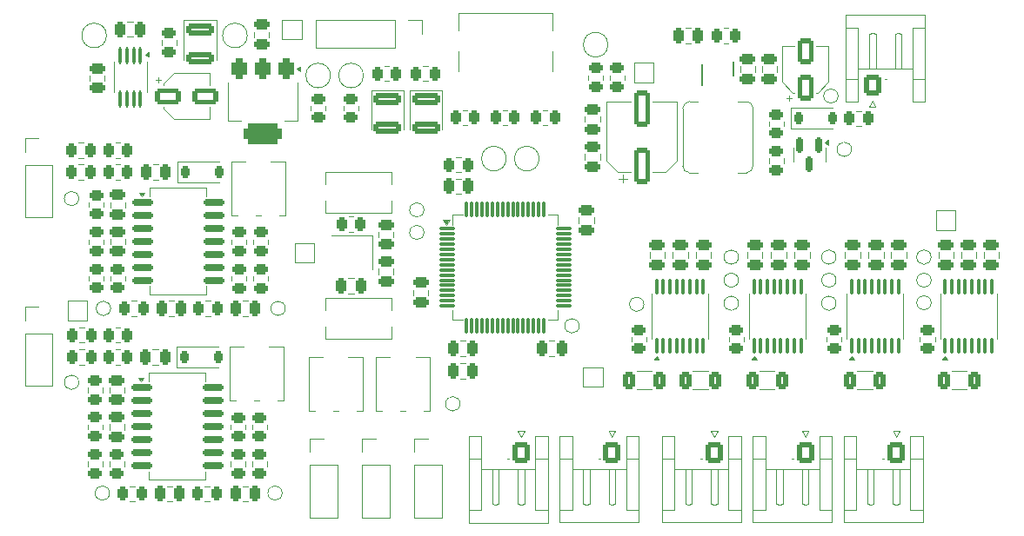
<source format=gbr>
%TF.GenerationSoftware,KiCad,Pcbnew,8.0.1*%
%TF.CreationDate,2024-04-23T22:04:50+02:00*%
%TF.ProjectId,OpenHand_v2,4f70656e-4861-46e6-945f-76322e6b6963,rev?*%
%TF.SameCoordinates,Original*%
%TF.FileFunction,Legend,Top*%
%TF.FilePolarity,Positive*%
%FSLAX46Y46*%
G04 Gerber Fmt 4.6, Leading zero omitted, Abs format (unit mm)*
G04 Created by KiCad (PCBNEW 8.0.1) date 2024-04-23 22:04:50*
%MOMM*%
%LPD*%
G01*
G04 APERTURE LIST*
G04 Aperture macros list*
%AMRoundRect*
0 Rectangle with rounded corners*
0 $1 Rounding radius*
0 $2 $3 $4 $5 $6 $7 $8 $9 X,Y pos of 4 corners*
0 Add a 4 corners polygon primitive as box body*
4,1,4,$2,$3,$4,$5,$6,$7,$8,$9,$2,$3,0*
0 Add four circle primitives for the rounded corners*
1,1,$1+$1,$2,$3*
1,1,$1+$1,$4,$5*
1,1,$1+$1,$6,$7*
1,1,$1+$1,$8,$9*
0 Add four rect primitives between the rounded corners*
20,1,$1+$1,$2,$3,$4,$5,0*
20,1,$1+$1,$4,$5,$6,$7,0*
20,1,$1+$1,$6,$7,$8,$9,0*
20,1,$1+$1,$8,$9,$2,$3,0*%
G04 Aperture macros list end*
%ADD10C,0.120000*%
%ADD11C,0.200000*%
%ADD12R,1.500000X1.500000*%
%ADD13C,1.000000*%
%ADD14RoundRect,0.250000X-0.475000X0.250000X-0.475000X-0.250000X0.475000X-0.250000X0.475000X0.250000X0*%
%ADD15RoundRect,0.250000X0.250000X0.475000X-0.250000X0.475000X-0.250000X-0.475000X0.250000X-0.475000X0*%
%ADD16O,1.700000X1.700000*%
%ADD17R,1.700000X1.700000*%
%ADD18C,2.000000*%
%ADD19RoundRect,0.250000X-1.050000X-0.550000X1.050000X-0.550000X1.050000X0.550000X-1.050000X0.550000X0*%
%ADD20RoundRect,0.250000X0.475000X-0.250000X0.475000X0.250000X-0.475000X0.250000X-0.475000X-0.250000X0*%
%ADD21RoundRect,0.250000X0.450000X-0.262500X0.450000X0.262500X-0.450000X0.262500X-0.450000X-0.262500X0*%
%ADD22C,0.800000*%
%ADD23C,6.400000*%
%ADD24RoundRect,0.250000X-0.250000X-0.475000X0.250000X-0.475000X0.250000X0.475000X-0.250000X0.475000X0*%
%ADD25RoundRect,0.250000X-0.450000X0.262500X-0.450000X-0.262500X0.450000X-0.262500X0.450000X0.262500X0*%
%ADD26O,1.700000X2.000000*%
%ADD27RoundRect,0.250000X0.600000X0.750000X-0.600000X0.750000X-0.600000X-0.750000X0.600000X-0.750000X0*%
%ADD28RoundRect,0.250000X-0.312500X-0.625000X0.312500X-0.625000X0.312500X0.625000X-0.312500X0.625000X0*%
%ADD29RoundRect,0.100000X0.100000X-0.687500X0.100000X0.687500X-0.100000X0.687500X-0.100000X-0.687500X0*%
%ADD30R,2.310000X2.460000*%
%ADD31RoundRect,0.250000X-0.262500X-0.450000X0.262500X-0.450000X0.262500X0.450000X-0.262500X0.450000X0*%
%ADD32RoundRect,0.250000X-1.075000X0.375000X-1.075000X-0.375000X1.075000X-0.375000X1.075000X0.375000X0*%
%ADD33R,1.300000X2.000000*%
%ADD34R,2.000000X2.000000*%
%ADD35R,1.250000X1.000000*%
%ADD36RoundRect,0.225000X-0.225000X-0.375000X0.225000X-0.375000X0.225000X0.375000X-0.225000X0.375000X0*%
%ADD37RoundRect,0.250000X0.550000X-1.050000X0.550000X1.050000X-0.550000X1.050000X-0.550000X-1.050000X0*%
%ADD38RoundRect,0.100000X-0.100000X0.712500X-0.100000X-0.712500X0.100000X-0.712500X0.100000X0.712500X0*%
%ADD39RoundRect,0.150000X-0.837500X-0.150000X0.837500X-0.150000X0.837500X0.150000X-0.837500X0.150000X0*%
%ADD40RoundRect,0.250000X0.262500X0.450000X-0.262500X0.450000X-0.262500X-0.450000X0.262500X-0.450000X0*%
%ADD41RoundRect,0.250000X-0.600000X-0.750000X0.600000X-0.750000X0.600000X0.750000X-0.600000X0.750000X0*%
%ADD42RoundRect,0.375000X-0.375000X0.625000X-0.375000X-0.625000X0.375000X-0.625000X0.375000X0.625000X0*%
%ADD43RoundRect,0.500000X-1.400000X0.500000X-1.400000X-0.500000X1.400000X-0.500000X1.400000X0.500000X0*%
%ADD44R,3.500000X2.950000*%
%ADD45RoundRect,0.250000X0.550000X-1.500000X0.550000X1.500000X-0.550000X1.500000X-0.550000X-1.500000X0*%
%ADD46RoundRect,0.250000X0.312500X0.625000X-0.312500X0.625000X-0.312500X-0.625000X0.312500X-0.625000X0*%
%ADD47O,1.000000X1.800000*%
%ADD48O,1.000000X2.100000*%
%ADD49R,0.600000X1.240000*%
%ADD50R,0.300000X1.240000*%
%ADD51C,0.650000*%
%ADD52RoundRect,0.150000X-0.150000X0.587500X-0.150000X-0.587500X0.150000X-0.587500X0.150000X0.587500X0*%
%ADD53R,1.400000X1.200000*%
%ADD54R,0.549999X0.800001*%
%ADD55RoundRect,0.075000X-0.075000X-0.700000X0.075000X-0.700000X0.075000X0.700000X-0.075000X0.700000X0*%
%ADD56RoundRect,0.075000X-0.700000X-0.075000X0.700000X-0.075000X0.700000X0.075000X-0.700000X0.075000X0*%
G04 APERTURE END LIST*
D10*
%TO.C,TP11*%
X162550000Y-105050000D02*
X164450000Y-105050000D01*
X162550000Y-106950000D02*
X162550000Y-105050000D01*
X164450000Y-105050000D02*
X164450000Y-106950000D01*
X164450000Y-106950000D02*
X162550000Y-106950000D01*
%TO.C,TP10*%
X157600000Y-134750000D02*
X159500000Y-134750000D01*
X157600000Y-136650000D02*
X157600000Y-134750000D01*
X159500000Y-134750000D02*
X159500000Y-136650000D01*
X159500000Y-136650000D02*
X157600000Y-136650000D01*
%TO.C,TP9*%
X129500000Y-122650000D02*
X131400000Y-122650000D01*
X129500000Y-124550000D02*
X129500000Y-122650000D01*
X131400000Y-122650000D02*
X131400000Y-124550000D01*
X131400000Y-124550000D02*
X129500000Y-124550000D01*
%TO.C,TP8*%
X191900000Y-119450000D02*
X193800000Y-119450000D01*
X191900000Y-121350000D02*
X191900000Y-119450000D01*
X193800000Y-119450000D02*
X193800000Y-121350000D01*
X193800000Y-121350000D02*
X191900000Y-121350000D01*
%TO.C,TP7*%
X128300000Y-100850000D02*
X130200000Y-100850000D01*
X128300000Y-102750000D02*
X128300000Y-100850000D01*
X130200000Y-100850000D02*
X130200000Y-102750000D01*
X130200000Y-102750000D02*
X128300000Y-102750000D01*
%TO.C,TP6*%
X109300000Y-130150000D02*
X107400000Y-130150000D01*
X109300000Y-128250000D02*
X109300000Y-130150000D01*
X107400000Y-130150000D02*
X107400000Y-128250000D01*
X107400000Y-128250000D02*
X109300000Y-128250000D01*
%TO.C,TP14*%
X157200000Y-130700000D02*
G75*
G02*
X155800000Y-130700000I-700000J0D01*
G01*
X155800000Y-130700000D02*
G75*
G02*
X157200000Y-130700000I700000J0D01*
G01*
%TO.C,TP1*%
X145600000Y-138300000D02*
G75*
G02*
X144200000Y-138300000I-700000J0D01*
G01*
X144200000Y-138300000D02*
G75*
G02*
X145600000Y-138300000I700000J0D01*
G01*
%TO.C,C23*%
X113035000Y-118638748D02*
X113035000Y-119161252D01*
X111565000Y-118638748D02*
X111565000Y-119161252D01*
%TO.C,C28*%
X117611252Y-147785000D02*
X117088748Y-147785000D01*
X117611252Y-146315000D02*
X117088748Y-146315000D01*
%TO.C,TP33*%
X163500000Y-128600000D02*
G75*
G02*
X162100000Y-128600000I-700000J0D01*
G01*
X162100000Y-128600000D02*
G75*
G02*
X163500000Y-128600000I700000J0D01*
G01*
%TO.C,TP5*%
X142100000Y-121600000D02*
G75*
G02*
X140700000Y-121600000I-700000J0D01*
G01*
X140700000Y-121600000D02*
G75*
G02*
X142100000Y-121600000I700000J0D01*
G01*
%TO.C,TP4*%
X142100000Y-119400000D02*
G75*
G02*
X140700000Y-119400000I-700000J0D01*
G01*
X140700000Y-119400000D02*
G75*
G02*
X142100000Y-119400000I700000J0D01*
G01*
%TO.C,J12*%
X139260000Y-103580000D02*
X131580000Y-103580000D01*
X131580000Y-100920000D02*
X131580000Y-103580000D01*
X139260000Y-100920000D02*
X139260000Y-103580000D01*
X139260000Y-100920000D02*
X131580000Y-100920000D01*
X140530000Y-100920000D02*
X141860000Y-100920000D01*
X141860000Y-100920000D02*
X141860000Y-102250000D01*
%TO.C,TP3*%
X150100000Y-114400000D02*
G75*
G02*
X147700000Y-114400000I-1200000J0D01*
G01*
X147700000Y-114400000D02*
G75*
G02*
X150100000Y-114400000I1200000J0D01*
G01*
%TO.C,TP19*%
X124900000Y-102400000D02*
G75*
G02*
X122500000Y-102400000I-1200000J0D01*
G01*
X122500000Y-102400000D02*
G75*
G02*
X124900000Y-102400000I1200000J0D01*
G01*
%TO.C,TP18*%
X111200000Y-102400000D02*
G75*
G02*
X108800000Y-102400000I-1200000J0D01*
G01*
X108800000Y-102400000D02*
G75*
G02*
X111200000Y-102400000I1200000J0D01*
G01*
%TO.C,TP17*%
X160000000Y-103300000D02*
G75*
G02*
X157600000Y-103300000I-1200000J0D01*
G01*
X157600000Y-103300000D02*
G75*
G02*
X160000000Y-103300000I1200000J0D01*
G01*
%TO.C,TP13*%
X133000000Y-106300000D02*
G75*
G02*
X130600000Y-106300000I-1200000J0D01*
G01*
X130600000Y-106300000D02*
G75*
G02*
X133000000Y-106300000I1200000J0D01*
G01*
%TO.C,TP12*%
X136200000Y-106300000D02*
G75*
G02*
X133800000Y-106300000I-1200000J0D01*
G01*
X133800000Y-106300000D02*
G75*
G02*
X136200000Y-106300000I1200000J0D01*
G01*
%TO.C,TP2*%
X153300000Y-114400000D02*
G75*
G02*
X150900000Y-114400000I-1200000J0D01*
G01*
X150900000Y-114400000D02*
G75*
G02*
X153300000Y-114400000I1200000J0D01*
G01*
%TO.C,C20*%
X113761252Y-101065000D02*
X113238748Y-101065000D01*
X113761252Y-102535000D02*
X113238748Y-102535000D01*
%TO.C,C19*%
X121260000Y-110560000D02*
X121260000Y-109360000D01*
X121260000Y-106040000D02*
X121260000Y-107240000D01*
X117804437Y-110560000D02*
X121260000Y-110560000D01*
X117804437Y-106040000D02*
X121260000Y-106040000D01*
X116740000Y-109495563D02*
X117804437Y-110560000D01*
X116740000Y-109495563D02*
X116740000Y-109360000D01*
X116740000Y-107104437D02*
X117804437Y-106040000D01*
X116740000Y-107104437D02*
X116740000Y-107240000D01*
X116250000Y-106490000D02*
X116250000Y-106990000D01*
X116000000Y-106740000D02*
X116500000Y-106740000D01*
%TO.C,C17*%
X111035000Y-106811252D02*
X111035000Y-106288748D01*
X109565000Y-106811252D02*
X109565000Y-106288748D01*
%TO.C,TP15*%
X183700000Y-113500000D02*
G75*
G02*
X182300000Y-113500000I-700000J0D01*
G01*
X182300000Y-113500000D02*
G75*
G02*
X183700000Y-113500000I700000J0D01*
G01*
%TO.C,R46*%
X182735000Y-132227064D02*
X182735000Y-131772936D01*
X181265000Y-132227064D02*
X181265000Y-131772936D01*
%TO.C,C29*%
X124961252Y-129735000D02*
X124438748Y-129735000D01*
X124961252Y-128265000D02*
X124438748Y-128265000D01*
%TO.C,C32*%
X183065000Y-123538748D02*
X183065000Y-124061252D01*
X184535000Y-123538748D02*
X184535000Y-124061252D01*
%TO.C,TP20*%
X108500000Y-118300000D02*
G75*
G02*
X107100000Y-118300000I-700000J0D01*
G01*
X107100000Y-118300000D02*
G75*
G02*
X108500000Y-118300000I700000J0D01*
G01*
%TO.C,C13*%
X167538748Y-103160000D02*
X168061252Y-103160000D01*
X167538748Y-101690000D02*
X168061252Y-101690000D01*
%TO.C,R20*%
X110835000Y-136722936D02*
X110835000Y-137177064D01*
X109365000Y-136722936D02*
X109365000Y-137177064D01*
%TO.C,TP25*%
X111500000Y-147000000D02*
G75*
G02*
X110100000Y-147000000I-700000J0D01*
G01*
X110100000Y-147000000D02*
G75*
G02*
X111500000Y-147000000I700000J0D01*
G01*
%TO.C,J1*%
X172960000Y-149845000D02*
X165240000Y-149845000D01*
X172960000Y-148625000D02*
X171740000Y-148625000D01*
X172960000Y-141425000D02*
X172960000Y-149845000D01*
X171740000Y-148625000D02*
X171740000Y-143625000D01*
X171740000Y-144625000D02*
X166460000Y-144625000D01*
X171740000Y-143625000D02*
X172960000Y-143625000D01*
X171740000Y-143625000D02*
X171740000Y-141425000D01*
X171740000Y-141425000D02*
X172960000Y-141425000D01*
X170670000Y-148045000D02*
X170350000Y-148125000D01*
X170670000Y-144625000D02*
X170670000Y-148045000D01*
X170650000Y-140935000D02*
X170050000Y-140935000D01*
X170350000Y-148125000D02*
X170030000Y-148045000D01*
X170350000Y-144625000D02*
X170670000Y-144625000D01*
X170350000Y-141535000D02*
X170650000Y-140935000D01*
X170050000Y-140935000D02*
X170350000Y-141535000D01*
X170030000Y-148045000D02*
X170030000Y-144625000D01*
X170030000Y-144625000D02*
X170350000Y-144625000D01*
X169180000Y-143625000D02*
X169020000Y-143625000D01*
X168170000Y-148045000D02*
X167850000Y-148125000D01*
X168170000Y-144625000D02*
X168170000Y-148045000D01*
X167850000Y-148125000D02*
X167530000Y-148045000D01*
X167850000Y-144625000D02*
X168170000Y-144625000D01*
X167530000Y-148045000D02*
X167530000Y-144625000D01*
X167530000Y-144625000D02*
X167850000Y-144625000D01*
X166460000Y-148625000D02*
X166460000Y-143625000D01*
X166460000Y-143625000D02*
X165240000Y-143625000D01*
X166460000Y-141425000D02*
X166460000Y-143625000D01*
X165240000Y-149845000D02*
X165240000Y-141425000D01*
X165240000Y-148625000D02*
X166460000Y-148625000D01*
X165240000Y-141425000D02*
X166460000Y-141425000D01*
%TO.C,C27*%
X117761252Y-129735000D02*
X117238748Y-129735000D01*
X117761252Y-128265000D02*
X117238748Y-128265000D01*
%TO.C,C5*%
X158635000Y-120138747D02*
X158635000Y-120661253D01*
X157165000Y-120138747D02*
X157165000Y-120661253D01*
%TO.C,TP34*%
X191450000Y-126250000D02*
G75*
G02*
X190050000Y-126250000I-700000J0D01*
G01*
X190050000Y-126250000D02*
G75*
G02*
X191450000Y-126250000I700000J0D01*
G01*
%TO.C,R48*%
X184272936Y-136910000D02*
X185727064Y-136910000D01*
X184272936Y-135090000D02*
X185727064Y-135090000D01*
%TO.C,C35*%
X179635000Y-123538748D02*
X179635000Y-124061252D01*
X178165000Y-123538748D02*
X178165000Y-124061252D01*
%TO.C,R31*%
X109365000Y-140764564D02*
X109365000Y-140310436D01*
X110835000Y-140764564D02*
X110835000Y-140310436D01*
%TO.C,U10*%
X164965000Y-133990000D02*
X164485000Y-133990000D01*
X164725000Y-133660000D01*
X164965000Y-133990000D01*
G36*
X164965000Y-133990000D02*
G01*
X164485000Y-133990000D01*
X164725000Y-133660000D01*
X164965000Y-133990000D01*
G37*
X169760000Y-129750000D02*
X169760000Y-127550000D01*
X169760000Y-129750000D02*
X169760000Y-131950000D01*
X164240000Y-129750000D02*
X164240000Y-127550000D01*
X164240000Y-129750000D02*
X164240000Y-131950000D01*
%TO.C,R45*%
X171765000Y-132227064D02*
X171765000Y-131772936D01*
X173235000Y-132227064D02*
X173235000Y-131772936D01*
%TO.C,R35*%
X120860436Y-128265000D02*
X121314564Y-128265000D01*
X120860436Y-129735000D02*
X121314564Y-129735000D01*
%TO.C,D4*%
X121885000Y-104800000D02*
X121885000Y-100915000D01*
X121885000Y-100915000D02*
X118715000Y-100915000D01*
X118715000Y-100915000D02*
X118715000Y-104800000D01*
%TO.C,RV1*%
X142670000Y-139020000D02*
X142089000Y-139020000D01*
X142670000Y-133780000D02*
X142670000Y-139020000D01*
X142670000Y-133780000D02*
X141290000Y-133780000D01*
X140310000Y-139020000D02*
X139790000Y-139020000D01*
X138810000Y-133780000D02*
X137430000Y-133780000D01*
X138010000Y-139020000D02*
X137430000Y-139020000D01*
X137430000Y-133780000D02*
X137430000Y-139020000D01*
%TO.C,R40*%
X124735000Y-140322936D02*
X124735000Y-140777064D01*
X123265000Y-140322936D02*
X123265000Y-140777064D01*
%TO.C,C15*%
X159235000Y-113963748D02*
X159235000Y-114486252D01*
X157765000Y-113963748D02*
X157765000Y-114486252D01*
%TO.C,R41*%
X123365000Y-125872936D02*
X123365000Y-126327064D01*
X124835000Y-125872936D02*
X124835000Y-126327064D01*
%TO.C,TP23*%
X128300000Y-147000000D02*
G75*
G02*
X126900000Y-147000000I-700000J0D01*
G01*
X126900000Y-147000000D02*
G75*
G02*
X128300000Y-147000000I700000J0D01*
G01*
%TO.C,R1*%
X153672936Y-111135000D02*
X154127064Y-111135000D01*
X153672936Y-109665000D02*
X154127064Y-109665000D01*
%TO.C,R49*%
X190365000Y-132227064D02*
X190365000Y-131772936D01*
X191835000Y-132227064D02*
X191835000Y-131772936D01*
%TO.C,C37*%
X193635000Y-123538748D02*
X193635000Y-124061252D01*
X192165000Y-123538748D02*
X192165000Y-124061252D01*
%TO.C,R37*%
X125365000Y-140777064D02*
X125365000Y-140322936D01*
X126835000Y-140777064D02*
X126835000Y-140322936D01*
%TO.C,C30*%
X124961252Y-146315000D02*
X124438748Y-146315000D01*
X124961252Y-147785000D02*
X124438748Y-147785000D01*
%TO.C,C4*%
X154811252Y-133635000D02*
X154288746Y-133635000D01*
X154811252Y-132165000D02*
X154288746Y-132165000D01*
%TO.C,J13*%
X143830000Y-144270000D02*
X143830000Y-149410000D01*
X141170000Y-149410000D02*
X143830000Y-149410000D01*
X141170000Y-144270000D02*
X143830000Y-144270000D01*
X141170000Y-144270000D02*
X141170000Y-149410000D01*
X141170000Y-143000000D02*
X141170000Y-141670000D01*
X141170000Y-141670000D02*
X142500000Y-141670000D01*
%TO.C,C3*%
X146161253Y-132165000D02*
X145638748Y-132164999D01*
X146161252Y-133635001D02*
X145638747Y-133635000D01*
%TO.C,SW1*%
X132500000Y-128000000D02*
X132500000Y-129200000D01*
X132500000Y-130800000D02*
X132500000Y-132000000D01*
X132500000Y-132000000D02*
X138900000Y-132000000D01*
X138900000Y-128000000D02*
X132500000Y-128000000D01*
X138900000Y-129200000D02*
X138900000Y-128000000D01*
X138900000Y-132000000D02*
X138900000Y-130800000D01*
%TO.C,R36*%
X120772936Y-147785000D02*
X121227064Y-147785000D01*
X120772936Y-146315000D02*
X121227064Y-146315000D01*
%TO.C,C2*%
X145188748Y-117835000D02*
X145711254Y-117835000D01*
X145188748Y-116365000D02*
X145711254Y-116365000D01*
%TO.C,C18*%
X127035000Y-102561252D02*
X127035000Y-102038748D01*
X125565000Y-102561252D02*
X125565000Y-102038748D01*
%TO.C,D3*%
X177815000Y-111452500D02*
X181825000Y-111452500D01*
X177815000Y-109452500D02*
X181825000Y-109452500D01*
X177815000Y-109452500D02*
X177815000Y-111452500D01*
%TO.C,C6*%
X142535000Y-127711252D02*
X142535000Y-127188748D01*
X141065000Y-127711252D02*
X141065000Y-127188748D01*
%TO.C,R11*%
X177135000Y-114827064D02*
X177135000Y-114372936D01*
X175665000Y-114827064D02*
X175665000Y-114372936D01*
%TO.C,R51*%
X162810436Y-135090000D02*
X164264564Y-135090000D01*
X162810436Y-136910000D02*
X164264564Y-136910000D01*
%TO.C,C42*%
X170035000Y-123538748D02*
X170035000Y-124061252D01*
X168565000Y-123538748D02*
X168565000Y-124061252D01*
%TO.C,J7*%
X154160000Y-149877500D02*
X146440000Y-149877500D01*
X154160000Y-148657500D02*
X152940000Y-148657500D01*
X154160000Y-141457500D02*
X154160000Y-149877500D01*
X152940000Y-148657500D02*
X152940000Y-143657500D01*
X152940000Y-144657500D02*
X147660000Y-144657500D01*
X152940000Y-143657500D02*
X154160000Y-143657500D01*
X152940000Y-143657500D02*
X152940000Y-141457500D01*
X152940000Y-141457500D02*
X154160000Y-141457500D01*
X151870000Y-148077500D02*
X151550000Y-148157500D01*
X151870000Y-144657500D02*
X151870000Y-148077500D01*
X151850000Y-140967500D02*
X151250000Y-140967500D01*
X151550000Y-148157500D02*
X151230000Y-148077500D01*
X151550000Y-144657500D02*
X151870000Y-144657500D01*
X151550000Y-141567500D02*
X151850000Y-140967500D01*
X151250000Y-140967500D02*
X151550000Y-141567500D01*
X151230000Y-148077500D02*
X151230000Y-144657500D01*
X151230000Y-144657500D02*
X151550000Y-144657500D01*
X150380000Y-143657500D02*
X150220000Y-143657500D01*
X149370000Y-148077500D02*
X149050000Y-148157500D01*
X149370000Y-144657500D02*
X149370000Y-148077500D01*
X149050000Y-148157500D02*
X148730000Y-148077500D01*
X149050000Y-144657500D02*
X149370000Y-144657500D01*
X148730000Y-148077500D02*
X148730000Y-144657500D01*
X148730000Y-144657500D02*
X149050000Y-144657500D01*
X147660000Y-148657500D02*
X147660000Y-143657500D01*
X147660000Y-143657500D02*
X146440000Y-143657500D01*
X147660000Y-141457500D02*
X147660000Y-143657500D01*
X146440000Y-149877500D02*
X146440000Y-141457500D01*
X146440000Y-148657500D02*
X147660000Y-148657500D01*
X146440000Y-141457500D02*
X147660000Y-141457500D01*
%TO.C,C10*%
X181460000Y-106920563D02*
X181460000Y-103465000D01*
X181460000Y-103465000D02*
X180260000Y-103465000D01*
X180395563Y-107985000D02*
X181460000Y-106920563D01*
X180395563Y-107985000D02*
X180260000Y-107985000D01*
X178004437Y-107985000D02*
X178140000Y-107985000D01*
X178004437Y-107985000D02*
X176940000Y-106920563D01*
X177640000Y-108725000D02*
X177640000Y-108225000D01*
X177390000Y-108475000D02*
X177890000Y-108475000D01*
X176940000Y-106920563D02*
X176940000Y-103465000D01*
X176940000Y-103465000D02*
X178140000Y-103465000D01*
%TO.C,C12*%
X174335000Y-105936252D02*
X174335000Y-105413748D01*
X172865000Y-105936252D02*
X172865000Y-105413748D01*
%TO.C,R38*%
X126935000Y-122727064D02*
X126935000Y-122272936D01*
X125465000Y-122727064D02*
X125465000Y-122272936D01*
%TO.C,D6*%
X118040000Y-132750000D02*
X118040000Y-134750000D01*
X118040000Y-132750000D02*
X122050000Y-132750000D01*
X118040000Y-134750000D02*
X122050000Y-134750000D01*
%TO.C,R15*%
X118035000Y-102872936D02*
X118035000Y-103327064D01*
X116565000Y-102872936D02*
X116565000Y-103327064D01*
%TO.C,U4*%
X115290000Y-104477500D02*
X114960000Y-104237500D01*
X115290000Y-103997500D01*
X115290000Y-104477500D01*
G36*
X115290000Y-104477500D02*
G01*
X114960000Y-104237500D01*
X115290000Y-103997500D01*
X115290000Y-104477500D01*
G37*
X115135000Y-106450000D02*
X115135000Y-107950000D01*
X115135000Y-106450000D02*
X115135000Y-104950000D01*
X111915000Y-106450000D02*
X111915000Y-107950000D01*
X111915000Y-106450000D02*
X111915000Y-104950000D01*
%TO.C,U5*%
X115402500Y-117250000D02*
X115402500Y-118090000D01*
X115402500Y-127670000D02*
X115402500Y-126830000D01*
X118162500Y-117250000D02*
X115402500Y-117250000D01*
X118162500Y-117250000D02*
X120922500Y-117250000D01*
X118162500Y-127670000D02*
X115402500Y-127670000D01*
X118162500Y-127670000D02*
X120922500Y-127670000D01*
X120922500Y-117250000D02*
X120922500Y-118090000D01*
X120922500Y-127670000D02*
X120922500Y-126830000D01*
X114612500Y-118090000D02*
X114372500Y-117760000D01*
X114852500Y-117760000D01*
X114612500Y-118090000D01*
G36*
X114612500Y-118090000D02*
G01*
X114372500Y-117760000D01*
X114852500Y-117760000D01*
X114612500Y-118090000D01*
G37*
%TO.C,J11*%
X105930000Y-131430000D02*
X105930000Y-136570000D01*
X103270000Y-136570000D02*
X105930000Y-136570000D01*
X103270000Y-131430000D02*
X105930000Y-131430000D01*
X103270000Y-131430000D02*
X103270000Y-136570000D01*
X103270000Y-130160000D02*
X103270000Y-128830000D01*
X103270000Y-128830000D02*
X104600000Y-128830000D01*
%TO.C,R16*%
X161635000Y-106272936D02*
X161635000Y-106727064D01*
X160165000Y-106272936D02*
X160165000Y-106727064D01*
%TO.C,C1*%
X135261252Y-127535000D02*
X134738748Y-127535000D01*
X135261252Y-126065000D02*
X134738748Y-126065000D01*
%TO.C,R9*%
X145677065Y-115735000D02*
X145222937Y-115735000D01*
X145677065Y-114265000D02*
X145222937Y-114265000D01*
%TO.C,R6*%
X134772936Y-120065000D02*
X135227064Y-120065000D01*
X134772936Y-121535000D02*
X135227064Y-121535000D01*
%TO.C,R22*%
X109027064Y-130865000D02*
X108572936Y-130865000D01*
X109027064Y-132335000D02*
X108572936Y-132335000D01*
%TO.C,C31*%
X175035000Y-123538748D02*
X175035000Y-124061252D01*
X173565000Y-123538748D02*
X173565000Y-124061252D01*
%TO.C,U8*%
X183965000Y-133990000D02*
X183485000Y-133990000D01*
X183725000Y-133660000D01*
X183965000Y-133990000D01*
G36*
X183965000Y-133990000D02*
G01*
X183485000Y-133990000D01*
X183725000Y-133660000D01*
X183965000Y-133990000D01*
G37*
X188760000Y-129750000D02*
X188760000Y-127550000D01*
X188760000Y-129750000D02*
X188760000Y-131950000D01*
X183240000Y-129750000D02*
X183240000Y-127550000D01*
X183240000Y-129750000D02*
X183240000Y-131950000D01*
%TO.C,C25*%
X112935000Y-136688748D02*
X112935000Y-137211252D01*
X111465000Y-136688748D02*
X111465000Y-137211252D01*
%TO.C,RV3*%
X123910000Y-119920000D02*
X123330000Y-119920000D01*
X126210000Y-119920000D02*
X125690000Y-119920000D01*
X128570000Y-119920000D02*
X127989000Y-119920000D01*
X123330000Y-114680000D02*
X123330000Y-119920000D01*
X124710000Y-114680000D02*
X123330000Y-114680000D01*
X128570000Y-114680000D02*
X128570000Y-119920000D01*
X128570000Y-114680000D02*
X127190000Y-114680000D01*
%TO.C,C22*%
X116211252Y-134485000D02*
X115688748Y-134485000D01*
X116211252Y-133015000D02*
X115688748Y-133015000D01*
%TO.C,U9*%
X192320000Y-129750000D02*
X192320000Y-131950000D01*
X192320000Y-129750000D02*
X192320000Y-127550000D01*
X197840000Y-129750000D02*
X197840000Y-131950000D01*
X197840000Y-129750000D02*
X197840000Y-127550000D01*
X193045000Y-133990000D02*
X192565000Y-133990000D01*
X192805000Y-133660000D01*
X193045000Y-133990000D01*
G36*
X193045000Y-133990000D02*
G01*
X192565000Y-133990000D01*
X192805000Y-133660000D01*
X193045000Y-133990000D01*
G37*
%TO.C,C34*%
X185365000Y-123538748D02*
X185365000Y-124061252D01*
X186835000Y-123538748D02*
X186835000Y-124061252D01*
%TO.C,R2*%
X146327064Y-111135000D02*
X145872936Y-111135000D01*
X146327064Y-109665000D02*
X145872936Y-109665000D01*
%TO.C,C8*%
X139135000Y-122061253D02*
X139135000Y-121538747D01*
X137665000Y-122061253D02*
X137665000Y-121538747D01*
%TO.C,R28*%
X109465000Y-122727064D02*
X109465000Y-122272936D01*
X110935000Y-122727064D02*
X110935000Y-122272936D01*
%TO.C,R34*%
X110835000Y-143922936D02*
X110835000Y-144377064D01*
X109365000Y-143922936D02*
X109365000Y-144377064D01*
%TO.C,RV2*%
X136120000Y-139020000D02*
X135539000Y-139020000D01*
X136120000Y-133780000D02*
X136120000Y-139020000D01*
X136120000Y-133780000D02*
X134740000Y-133780000D01*
X133760000Y-139020000D02*
X133240000Y-139020000D01*
X132260000Y-133780000D02*
X130880000Y-133780000D01*
X131460000Y-139020000D02*
X130880000Y-139020000D01*
X130880000Y-133780000D02*
X130880000Y-139020000D01*
%TO.C,C24*%
X111565000Y-122238748D02*
X111565000Y-122761252D01*
X113035000Y-122238748D02*
X113035000Y-122761252D01*
%TO.C,RV4*%
X128420000Y-132730000D02*
X127040000Y-132730000D01*
X128420000Y-132730000D02*
X128420000Y-137970000D01*
X124560000Y-132730000D02*
X123180000Y-132730000D01*
X123180000Y-132730000D02*
X123180000Y-137970000D01*
X128420000Y-137970000D02*
X127839000Y-137970000D01*
X126060000Y-137970000D02*
X125540000Y-137970000D01*
X123760000Y-137970000D02*
X123180000Y-137970000D01*
%TO.C,J4*%
X133670000Y-144270000D02*
X133670000Y-149410000D01*
X131010000Y-149410000D02*
X133670000Y-149410000D01*
X131010000Y-144270000D02*
X133670000Y-144270000D01*
X131010000Y-144270000D02*
X131010000Y-149410000D01*
X131010000Y-143000000D02*
X131010000Y-141670000D01*
X131010000Y-141670000D02*
X132340000Y-141670000D01*
%TO.C,R10*%
X177135000Y-111227064D02*
X177135000Y-110772936D01*
X175665000Y-111227064D02*
X175665000Y-110772936D01*
%TO.C,R52*%
X193472936Y-136910000D02*
X194927064Y-136910000D01*
X193472936Y-135090000D02*
X194927064Y-135090000D01*
%TO.C,C26*%
X112935000Y-140288748D02*
X112935000Y-140811252D01*
X111465000Y-140288748D02*
X111465000Y-140811252D01*
%TO.C,R26*%
X113472936Y-146315000D02*
X113927064Y-146315000D01*
X113472936Y-147785000D02*
X113927064Y-147785000D01*
%TO.C,U6*%
X115340000Y-135300000D02*
X115340000Y-136140000D01*
X115340000Y-145720000D02*
X115340000Y-144880000D01*
X118100000Y-135300000D02*
X115340000Y-135300000D01*
X118100000Y-135300000D02*
X120860000Y-135300000D01*
X118100000Y-145720000D02*
X115340000Y-145720000D01*
X118100000Y-145720000D02*
X120860000Y-145720000D01*
X120860000Y-135300000D02*
X120860000Y-136140000D01*
X120860000Y-145720000D02*
X120860000Y-144880000D01*
X114550000Y-136140000D02*
X114310000Y-135810000D01*
X114790000Y-135810000D01*
X114550000Y-136140000D01*
G36*
X114550000Y-136140000D02*
G01*
X114310000Y-135810000D01*
X114790000Y-135810000D01*
X114550000Y-136140000D01*
G37*
%TO.C,J3*%
X190860000Y-108842500D02*
X189640000Y-108842500D01*
X190860000Y-101642500D02*
X189640000Y-101642500D01*
X190860000Y-100422500D02*
X190860000Y-108842500D01*
X189640000Y-108842500D02*
X189640000Y-106642500D01*
X189640000Y-106642500D02*
X190860000Y-106642500D01*
X189640000Y-101642500D02*
X189640000Y-106642500D01*
X188570000Y-105642500D02*
X188250000Y-105642500D01*
X188570000Y-102222500D02*
X188570000Y-105642500D01*
X188250000Y-105642500D02*
X187930000Y-105642500D01*
X188250000Y-102142500D02*
X188570000Y-102222500D01*
X187930000Y-105642500D02*
X187930000Y-102222500D01*
X187930000Y-102222500D02*
X188250000Y-102142500D01*
X186920000Y-106642500D02*
X187080000Y-106642500D01*
X186070000Y-105642500D02*
X185750000Y-105642500D01*
X186070000Y-102222500D02*
X186070000Y-105642500D01*
X186050000Y-109332500D02*
X185750000Y-108732500D01*
X185750000Y-108732500D02*
X185450000Y-109332500D01*
X185750000Y-105642500D02*
X185430000Y-105642500D01*
X185750000Y-102142500D02*
X186070000Y-102222500D01*
X185450000Y-109332500D02*
X186050000Y-109332500D01*
X185430000Y-105642500D02*
X185430000Y-102222500D01*
X185430000Y-102222500D02*
X185750000Y-102142500D01*
X184360000Y-108842500D02*
X183140000Y-108842500D01*
X184360000Y-106642500D02*
X184360000Y-108842500D01*
X184360000Y-106642500D02*
X183140000Y-106642500D01*
X184360000Y-105642500D02*
X189640000Y-105642500D01*
X184360000Y-101642500D02*
X184360000Y-106642500D01*
X183140000Y-108842500D02*
X183140000Y-100422500D01*
X183140000Y-101642500D02*
X184360000Y-101642500D01*
X183140000Y-100422500D02*
X190860000Y-100422500D01*
%TO.C,TP31*%
X182200000Y-124000000D02*
G75*
G02*
X180800000Y-124000000I-700000J0D01*
G01*
X180800000Y-124000000D02*
G75*
G02*
X182200000Y-124000000I700000J0D01*
G01*
%TO.C,TP24*%
X111600000Y-129000000D02*
G75*
G02*
X110200000Y-129000000I-700000J0D01*
G01*
X110200000Y-129000000D02*
G75*
G02*
X111600000Y-129000000I700000J0D01*
G01*
%TO.C,R39*%
X124835000Y-122272936D02*
X124835000Y-122727064D01*
X123365000Y-122272936D02*
X123365000Y-122727064D01*
%TO.C,TP35*%
X191450000Y-124000000D02*
G75*
G02*
X190050000Y-124000000I-700000J0D01*
G01*
X190050000Y-124000000D02*
G75*
G02*
X191450000Y-124000000I700000J0D01*
G01*
%TO.C,R3*%
X150227064Y-111135000D02*
X149772936Y-111135000D01*
X150227064Y-109665000D02*
X149772936Y-109665000D01*
%TO.C,C16*%
X159235000Y-110836252D02*
X159235000Y-110313748D01*
X157765000Y-110836252D02*
X157765000Y-110313748D01*
%TO.C,C9*%
X139135000Y-125138747D02*
X139135000Y-125661253D01*
X137665000Y-125138747D02*
X137665000Y-125661253D01*
%TO.C,C11*%
X176435000Y-105936252D02*
X176435000Y-105413748D01*
X174965000Y-105936252D02*
X174965000Y-105413748D01*
%TO.C,TP30*%
X172700000Y-124000000D02*
G75*
G02*
X171300000Y-124000000I-700000J0D01*
G01*
X171300000Y-124000000D02*
G75*
G02*
X172700000Y-124000000I700000J0D01*
G01*
%TO.C,U3*%
X122990000Y-106950000D02*
X122990000Y-110710000D01*
X122990000Y-110710000D02*
X124250000Y-110710000D01*
X129810000Y-106950000D02*
X129810000Y-110710000D01*
X129810000Y-110710000D02*
X128550000Y-110710000D01*
X130040000Y-105910000D02*
X129710000Y-105670000D01*
X130040000Y-105430000D01*
X130040000Y-105910000D01*
G36*
X130040000Y-105910000D02*
G01*
X129710000Y-105670000D01*
X130040000Y-105430000D01*
X130040000Y-105910000D01*
G37*
%TO.C,R30*%
X112539564Y-133015000D02*
X112085436Y-133015000D01*
X112539564Y-134485000D02*
X112085436Y-134485000D01*
%TO.C,L1*%
X174110000Y-115150000D02*
G75*
G02*
X173500000Y-115760000I-610000J0D01*
G01*
X173500000Y-108840000D02*
G75*
G02*
X174110000Y-109450000I0J-610000D01*
G01*
X167900000Y-115760000D02*
G75*
G02*
X167290000Y-115150000I0J610000D01*
G01*
X167290000Y-109500000D02*
G75*
G02*
X167950000Y-108840000I660002J-2D01*
G01*
X174110000Y-109450000D02*
X174110000Y-115150000D01*
X173500000Y-115760000D02*
X172650000Y-115760000D01*
X172650000Y-108840000D02*
X173500000Y-108840000D01*
X168750000Y-115760000D02*
X167900000Y-115760000D01*
X167950000Y-108840000D02*
X168750000Y-108840000D01*
X167290000Y-115150000D02*
X167290000Y-109500000D01*
%TO.C,C14*%
X166710000Y-114645563D02*
X166710000Y-108890000D01*
X166710000Y-108890000D02*
X164360000Y-108890000D01*
X165645563Y-115710000D02*
X166710000Y-114645563D01*
X165645563Y-115710000D02*
X164360000Y-115710000D01*
X161452500Y-116737500D02*
X161452500Y-115950000D01*
X161058750Y-116343750D02*
X161846250Y-116343750D01*
X160954437Y-115710000D02*
X162240000Y-115710000D01*
X160954437Y-115710000D02*
X159890000Y-114645563D01*
X159890000Y-114645563D02*
X159890000Y-108890000D01*
X159890000Y-108890000D02*
X162240000Y-108890000D01*
%TO.C,R5*%
X134265000Y-109272936D02*
X134265000Y-109727064D01*
X135735000Y-109272936D02*
X135735000Y-109727064D01*
%TO.C,TP32*%
X191450000Y-128450000D02*
G75*
G02*
X190050000Y-128450000I-700000J0D01*
G01*
X190050000Y-128450000D02*
G75*
G02*
X191450000Y-128450000I700000J0D01*
G01*
%TO.C,R29*%
X113035000Y-125860436D02*
X113035000Y-126314564D01*
X111565000Y-125860436D02*
X111565000Y-126314564D01*
%TO.C,R12*%
X171272936Y-103135000D02*
X171727064Y-103135000D01*
X171272936Y-101665000D02*
X171727064Y-101665000D01*
%TO.C,R27*%
X112539564Y-116435000D02*
X112085436Y-116435000D01*
X112539564Y-114965000D02*
X112085436Y-114965000D01*
%TO.C,R33*%
X110935000Y-125847936D02*
X110935000Y-126302064D01*
X109465000Y-125847936D02*
X109465000Y-126302064D01*
%TO.C,R53*%
X169727064Y-136910000D02*
X168272936Y-136910000D01*
X169727064Y-135090000D02*
X168272936Y-135090000D01*
%TO.C,R47*%
X174772936Y-136910000D02*
X176227064Y-136910000D01*
X174772936Y-135090000D02*
X176227064Y-135090000D01*
%TO.C,J9*%
X138750000Y-144270000D02*
X138750000Y-149410000D01*
X136090000Y-149410000D02*
X138750000Y-149410000D01*
X136090000Y-144270000D02*
X138750000Y-144270000D01*
X136090000Y-144270000D02*
X136090000Y-149410000D01*
X136090000Y-143000000D02*
X136090000Y-141670000D01*
X136090000Y-141670000D02*
X137420000Y-141670000D01*
%TO.C,R23*%
X108927064Y-116435000D02*
X108472936Y-116435000D01*
X108927064Y-114965000D02*
X108472936Y-114965000D01*
%TO.C,J5*%
X154580000Y-105850000D02*
X154580000Y-103930000D01*
X154580000Y-100215000D02*
X154580000Y-101920000D01*
X145420000Y-103930000D02*
X145420000Y-105850000D01*
X145420000Y-101920000D02*
X145420000Y-100215000D01*
X145420000Y-100215000D02*
X154580000Y-100215000D01*
%TO.C,TP27*%
X182200000Y-128500000D02*
G75*
G02*
X180800000Y-128500000I-700000J0D01*
G01*
X180800000Y-128500000D02*
G75*
G02*
X182200000Y-128500000I700000J0D01*
G01*
%TO.C,D1*%
X143877500Y-111595000D02*
X143877500Y-107710000D01*
X143877500Y-107710000D02*
X140707500Y-107710000D01*
X140707500Y-107710000D02*
X140707500Y-111595000D01*
%TO.C,R4*%
X131065000Y-109272936D02*
X131065000Y-109727064D01*
X132535000Y-109272936D02*
X132535000Y-109727064D01*
%TO.C,C21*%
X116261252Y-116435000D02*
X115738748Y-116435000D01*
X116261252Y-114965000D02*
X115738748Y-114965000D01*
%TO.C,R19*%
X112539564Y-132335000D02*
X112085436Y-132335000D01*
X112539564Y-130865000D02*
X112085436Y-130865000D01*
%TO.C,SW2*%
X138925000Y-119687500D02*
X138925000Y-118487500D01*
X138925000Y-116887500D02*
X138925000Y-115687500D01*
X138925000Y-115687500D02*
X132525000Y-115687500D01*
X132525000Y-119687500D02*
X138925000Y-119687500D01*
X132525000Y-118487500D02*
X132525000Y-119687500D01*
X132525000Y-115687500D02*
X132525000Y-116887500D01*
%TO.C,Q1*%
X181440000Y-113090000D02*
X181110000Y-112850000D01*
X181440000Y-112610000D01*
X181440000Y-113090000D01*
G36*
X181440000Y-113090000D02*
G01*
X181110000Y-112850000D01*
X181440000Y-112610000D01*
X181440000Y-113090000D01*
G37*
X181160000Y-114012500D02*
X181160000Y-114662500D01*
X181160000Y-114012500D02*
X181160000Y-113362500D01*
X178040000Y-114012500D02*
X178040000Y-114662500D01*
X178040000Y-114012500D02*
X178040000Y-113362500D01*
%TO.C,U7*%
X173740000Y-129750000D02*
X173740000Y-131950000D01*
X173740000Y-129750000D02*
X173740000Y-127550000D01*
X179260000Y-129750000D02*
X179260000Y-131950000D01*
X179260000Y-129750000D02*
X179260000Y-127550000D01*
X174465000Y-133990000D02*
X173985000Y-133990000D01*
X174225000Y-133660000D01*
X174465000Y-133990000D01*
G36*
X174465000Y-133990000D02*
G01*
X173985000Y-133990000D01*
X174225000Y-133660000D01*
X174465000Y-133990000D01*
G37*
%TO.C,R42*%
X123265000Y-143922936D02*
X123265000Y-144377064D01*
X124735000Y-143922936D02*
X124735000Y-144377064D01*
%TO.C,R32*%
X111465000Y-143922936D02*
X111465000Y-144377064D01*
X112935000Y-143922936D02*
X112935000Y-144377064D01*
%TO.C,R17*%
X112539564Y-114335000D02*
X112085436Y-114335000D01*
X112539564Y-112865000D02*
X112085436Y-112865000D01*
%TO.C,J2*%
X181810000Y-149845000D02*
X174090000Y-149845000D01*
X181810000Y-148625000D02*
X180590000Y-148625000D01*
X181810000Y-141425000D02*
X181810000Y-149845000D01*
X180590000Y-148625000D02*
X180590000Y-143625000D01*
X180590000Y-144625000D02*
X175310000Y-144625000D01*
X180590000Y-143625000D02*
X181810000Y-143625000D01*
X180590000Y-143625000D02*
X180590000Y-141425000D01*
X180590000Y-141425000D02*
X181810000Y-141425000D01*
X179520000Y-148045000D02*
X179200000Y-148125000D01*
X179520000Y-144625000D02*
X179520000Y-148045000D01*
X179500000Y-140935000D02*
X178900000Y-140935000D01*
X179200000Y-148125000D02*
X178880000Y-148045000D01*
X179200000Y-144625000D02*
X179520000Y-144625000D01*
X179200000Y-141535000D02*
X179500000Y-140935000D01*
X178900000Y-140935000D02*
X179200000Y-141535000D01*
X178880000Y-148045000D02*
X178880000Y-144625000D01*
X178880000Y-144625000D02*
X179200000Y-144625000D01*
X178030000Y-143625000D02*
X177870000Y-143625000D01*
X177020000Y-148045000D02*
X176700000Y-148125000D01*
X177020000Y-144625000D02*
X177020000Y-148045000D01*
X176700000Y-148125000D02*
X176380000Y-148045000D01*
X176700000Y-144625000D02*
X177020000Y-144625000D01*
X176380000Y-148045000D02*
X176380000Y-144625000D01*
X176380000Y-144625000D02*
X176700000Y-144625000D01*
X175310000Y-148625000D02*
X175310000Y-143625000D01*
X175310000Y-143625000D02*
X174090000Y-143625000D01*
X175310000Y-141425000D02*
X175310000Y-143625000D01*
X174090000Y-149845000D02*
X174090000Y-141425000D01*
X174090000Y-148625000D02*
X175310000Y-148625000D01*
X174090000Y-141425000D02*
X175310000Y-141425000D01*
%TO.C,TP22*%
X128600000Y-129000000D02*
G75*
G02*
X127200000Y-129000000I-700000J0D01*
G01*
X127200000Y-129000000D02*
G75*
G02*
X128600000Y-129000000I700000J0D01*
G01*
%TO.C,J8*%
X105930000Y-114990000D02*
X105930000Y-120130000D01*
X103270000Y-120130000D02*
X105930000Y-120130000D01*
X103270000Y-114990000D02*
X105930000Y-114990000D01*
X103270000Y-114990000D02*
X103270000Y-120130000D01*
X103270000Y-113720000D02*
X103270000Y-112390000D01*
X103270000Y-112390000D02*
X104600000Y-112390000D01*
%TO.C,J6*%
X190660000Y-149845000D02*
X182940000Y-149845000D01*
X190660000Y-148625000D02*
X189440000Y-148625000D01*
X190660000Y-141425000D02*
X190660000Y-149845000D01*
X189440000Y-148625000D02*
X189440000Y-143625000D01*
X189440000Y-144625000D02*
X184160000Y-144625000D01*
X189440000Y-143625000D02*
X190660000Y-143625000D01*
X189440000Y-143625000D02*
X189440000Y-141425000D01*
X189440000Y-141425000D02*
X190660000Y-141425000D01*
X188370000Y-148045000D02*
X188050000Y-148125000D01*
X188370000Y-144625000D02*
X188370000Y-148045000D01*
X188350000Y-140935000D02*
X187750000Y-140935000D01*
X188050000Y-148125000D02*
X187730000Y-148045000D01*
X188050000Y-144625000D02*
X188370000Y-144625000D01*
X188050000Y-141535000D02*
X188350000Y-140935000D01*
X187750000Y-140935000D02*
X188050000Y-141535000D01*
X187730000Y-148045000D02*
X187730000Y-144625000D01*
X187730000Y-144625000D02*
X188050000Y-144625000D01*
X186880000Y-143625000D02*
X186720000Y-143625000D01*
X185870000Y-148045000D02*
X185550000Y-148125000D01*
X185870000Y-144625000D02*
X185870000Y-148045000D01*
X185550000Y-148125000D02*
X185230000Y-148045000D01*
X185550000Y-144625000D02*
X185870000Y-144625000D01*
X185230000Y-148045000D02*
X185230000Y-144625000D01*
X185230000Y-144625000D02*
X185550000Y-144625000D01*
X184160000Y-148625000D02*
X184160000Y-143625000D01*
X184160000Y-143625000D02*
X182940000Y-143625000D01*
X184160000Y-141425000D02*
X184160000Y-143625000D01*
X182940000Y-149845000D02*
X182940000Y-141425000D01*
X182940000Y-148625000D02*
X184160000Y-148625000D01*
X182940000Y-141425000D02*
X184160000Y-141425000D01*
%TO.C,R7*%
X142474564Y-106835000D02*
X142020436Y-106835000D01*
X142474564Y-105365000D02*
X142020436Y-105365000D01*
%TO.C,R44*%
X125365000Y-143935436D02*
X125365000Y-144389564D01*
X126835000Y-143935436D02*
X126835000Y-144389564D01*
%TO.C,TP26*%
X172700000Y-128500000D02*
G75*
G02*
X171300000Y-128500000I-700000J0D01*
G01*
X171300000Y-128500000D02*
G75*
G02*
X172700000Y-128500000I700000J0D01*
G01*
%TO.C,C33*%
X177335000Y-123538748D02*
X177335000Y-124061252D01*
X175865000Y-123538748D02*
X175865000Y-124061252D01*
%TO.C,R21*%
X108927064Y-114335000D02*
X108472936Y-114335000D01*
X108927064Y-112865000D02*
X108472936Y-112865000D01*
%TO.C,R24*%
X113660436Y-128265000D02*
X114114564Y-128265000D01*
X113660436Y-129735000D02*
X114114564Y-129735000D01*
%TO.C,Y1*%
X137100000Y-125200000D02*
X137100000Y-121900000D01*
X137100000Y-121900000D02*
X133100000Y-121900000D01*
%TO.C,R43*%
X125465000Y-125872936D02*
X125465000Y-126327064D01*
X126935000Y-125872936D02*
X126935000Y-126327064D01*
%TO.C,C36*%
X187565000Y-123538748D02*
X187565000Y-124061252D01*
X189035000Y-123538748D02*
X189035000Y-124061252D01*
%TO.C,TP29*%
X182200000Y-126250000D02*
G75*
G02*
X180800000Y-126250000I-700000J0D01*
G01*
X180800000Y-126250000D02*
G75*
G02*
X182200000Y-126250000I700000J0D01*
G01*
%TO.C,D2*%
X140127500Y-111595000D02*
X140127500Y-107710000D01*
X140127500Y-107710000D02*
X136957500Y-107710000D01*
X136957500Y-107710000D02*
X136957500Y-111595000D01*
%TO.C,R13*%
X159535000Y-106727064D02*
X159535000Y-106272936D01*
X158065000Y-106727064D02*
X158065000Y-106272936D01*
%TO.C,C40*%
X166315000Y-123538748D02*
X166315000Y-124061252D01*
X167785000Y-123538748D02*
X167785000Y-124061252D01*
%TO.C,TP28*%
X172700000Y-126250000D02*
G75*
G02*
X171300000Y-126250000I-700000J0D01*
G01*
X171300000Y-126250000D02*
G75*
G02*
X172700000Y-126250000I700000J0D01*
G01*
%TO.C,D5*%
X118140000Y-116700000D02*
X122150000Y-116700000D01*
X118140000Y-114700000D02*
X122150000Y-114700000D01*
X118140000Y-114700000D02*
X118140000Y-116700000D01*
%TO.C,C41*%
X198035000Y-123538748D02*
X198035000Y-124061252D01*
X196565000Y-123538748D02*
X196565000Y-124061252D01*
%TO.C,R18*%
X110935000Y-118660436D02*
X110935000Y-119114564D01*
X109465000Y-118660436D02*
X109465000Y-119114564D01*
%TO.C,C39*%
X195835000Y-123538748D02*
X195835000Y-124061252D01*
X194365000Y-123538748D02*
X194365000Y-124061252D01*
%TO.C,R25*%
X109027064Y-134485000D02*
X108572936Y-134485000D01*
X109027064Y-133015000D02*
X108572936Y-133015000D01*
D11*
%TO.C,U2*%
X172224000Y-106325001D02*
X172224000Y-104924999D01*
X169174999Y-107227600D02*
X169174999Y-105175001D01*
D10*
%TO.C,R8*%
X138260436Y-106835000D02*
X138714564Y-106835000D01*
X138260436Y-105365000D02*
X138714564Y-105365000D01*
%TO.C,R14*%
X184627064Y-111235000D02*
X184172936Y-111235000D01*
X184627064Y-109765000D02*
X184172936Y-109765000D01*
%TO.C,TP16*%
X182400000Y-108300000D02*
G75*
G02*
X181000000Y-108300000I-700000J0D01*
G01*
X181000000Y-108300000D02*
G75*
G02*
X182400000Y-108300000I700000J0D01*
G01*
%TO.C,C38*%
X164065000Y-123538748D02*
X164065000Y-124061252D01*
X165535000Y-123538748D02*
X165535000Y-124061252D01*
%TO.C,C7*%
X146161252Y-135835000D02*
X145638748Y-135835000D01*
X146161252Y-134365000D02*
X145638748Y-134365000D01*
%TO.C,J10*%
X163010000Y-149845000D02*
X155290000Y-149845000D01*
X163010000Y-148625000D02*
X161790000Y-148625000D01*
X163010000Y-141425000D02*
X163010000Y-149845000D01*
X161790000Y-148625000D02*
X161790000Y-143625000D01*
X161790000Y-144625000D02*
X156510000Y-144625000D01*
X161790000Y-143625000D02*
X163010000Y-143625000D01*
X161790000Y-143625000D02*
X161790000Y-141425000D01*
X161790000Y-141425000D02*
X163010000Y-141425000D01*
X160720000Y-148045000D02*
X160400000Y-148125000D01*
X160720000Y-144625000D02*
X160720000Y-148045000D01*
X160700000Y-140935000D02*
X160100000Y-140935000D01*
X160400000Y-148125000D02*
X160080000Y-148045000D01*
X160400000Y-144625000D02*
X160720000Y-144625000D01*
X160400000Y-141535000D02*
X160700000Y-140935000D01*
X160100000Y-140935000D02*
X160400000Y-141535000D01*
X160080000Y-148045000D02*
X160080000Y-144625000D01*
X160080000Y-144625000D02*
X160400000Y-144625000D01*
X159230000Y-143625000D02*
X159070000Y-143625000D01*
X158220000Y-148045000D02*
X157900000Y-148125000D01*
X158220000Y-144625000D02*
X158220000Y-148045000D01*
X157900000Y-148125000D02*
X157580000Y-148045000D01*
X157900000Y-144625000D02*
X158220000Y-144625000D01*
X157580000Y-148045000D02*
X157580000Y-144625000D01*
X157580000Y-144625000D02*
X157900000Y-144625000D01*
X156510000Y-148625000D02*
X156510000Y-143625000D01*
X156510000Y-143625000D02*
X155290000Y-143625000D01*
X156510000Y-141425000D02*
X156510000Y-143625000D01*
X155290000Y-149845000D02*
X155290000Y-141425000D01*
X155290000Y-148625000D02*
X156510000Y-148625000D01*
X155290000Y-141425000D02*
X156510000Y-141425000D01*
%TO.C,U1*%
X144615000Y-120370001D02*
X144275000Y-120840000D01*
X143935000Y-120370000D01*
X144615000Y-120370001D01*
G36*
X144615000Y-120370001D02*
G01*
X144275000Y-120840000D01*
X143935000Y-120370000D01*
X144615000Y-120370001D01*
G37*
X155110000Y-130110000D02*
X155110000Y-129160000D01*
X155110000Y-119890000D02*
X155110000Y-120840000D01*
X154160000Y-130110000D02*
X155110000Y-130110000D01*
X154160000Y-119890000D02*
X155110000Y-119890000D01*
X145840000Y-130110000D02*
X144890000Y-130110000D01*
X145840000Y-119890000D02*
X144890000Y-119890000D01*
X144890000Y-130110000D02*
X144890000Y-129160000D01*
X144890000Y-119890000D02*
X144890000Y-120840000D01*
%TO.C,TP21*%
X108500000Y-136200000D02*
G75*
G02*
X107100000Y-136200000I-700000J0D01*
G01*
X107100000Y-136200000D02*
G75*
G02*
X108500000Y-136200000I700000J0D01*
G01*
%TO.C,R50*%
X163735000Y-132227064D02*
X163735000Y-131772936D01*
X162265000Y-132227064D02*
X162265000Y-131772936D01*
%TD*%
%LPC*%
D12*
%TO.C,TP11*%
X163500000Y-106000000D03*
%TD*%
%TO.C,TP10*%
X158550000Y-135700000D03*
%TD*%
%TO.C,TP9*%
X130450000Y-123600000D03*
%TD*%
%TO.C,TP8*%
X192850000Y-120400000D03*
%TD*%
%TO.C,TP7*%
X129250000Y-101800000D03*
%TD*%
%TO.C,TP6*%
X108350000Y-129200000D03*
%TD*%
D13*
%TO.C,TP14*%
X156500000Y-130700000D03*
%TD*%
%TO.C,TP1*%
X144900000Y-138300000D03*
%TD*%
D14*
%TO.C,C23*%
X112300000Y-117950000D03*
X112300000Y-119850000D03*
%TD*%
D15*
%TO.C,C28*%
X118300000Y-147050000D03*
X116400000Y-147050000D03*
%TD*%
D13*
%TO.C,TP33*%
X162800000Y-128600000D03*
%TD*%
%TO.C,TP5*%
X141400000Y-121600000D03*
%TD*%
%TO.C,TP4*%
X141400000Y-119400000D03*
%TD*%
D16*
%TO.C,J12*%
X132910000Y-102250000D03*
X135450000Y-102250000D03*
X137990000Y-102250000D03*
D17*
X140530000Y-102250000D03*
%TD*%
D18*
%TO.C,TP3*%
X148900000Y-114400000D03*
%TD*%
%TO.C,TP19*%
X123700000Y-102400000D03*
%TD*%
%TO.C,TP18*%
X110000000Y-102400000D03*
%TD*%
%TO.C,TP17*%
X158800000Y-103300000D03*
%TD*%
%TO.C,TP13*%
X131800000Y-106300000D03*
%TD*%
%TO.C,TP12*%
X135000000Y-106300000D03*
%TD*%
%TO.C,TP2*%
X152100000Y-114400000D03*
%TD*%
D15*
%TO.C,C20*%
X112550000Y-101800000D03*
X114450000Y-101800000D03*
%TD*%
D19*
%TO.C,C19*%
X120800000Y-108300000D03*
X117200000Y-108300000D03*
%TD*%
D20*
%TO.C,C17*%
X110300000Y-105600000D03*
X110300000Y-107500000D03*
%TD*%
D13*
%TO.C,TP15*%
X183000000Y-113500000D03*
%TD*%
D21*
%TO.C,R46*%
X182000000Y-131087500D03*
X182000000Y-132912500D03*
%TD*%
D15*
%TO.C,C29*%
X125650000Y-129000000D03*
X123750000Y-129000000D03*
%TD*%
D22*
%TO.C,H4*%
X197400000Y-145000000D03*
X196697056Y-146697056D03*
X196697056Y-143302944D03*
X195000000Y-147400000D03*
D23*
X195000000Y-145000000D03*
D22*
X195000000Y-142600000D03*
X193302944Y-146697056D03*
X193302944Y-143302944D03*
X192600000Y-145000000D03*
%TD*%
D14*
%TO.C,C32*%
X183800000Y-124750000D03*
X183800000Y-122850000D03*
%TD*%
D13*
%TO.C,TP20*%
X107800000Y-118300000D03*
%TD*%
D24*
%TO.C,C13*%
X168750000Y-102425000D03*
X166850000Y-102425000D03*
%TD*%
D25*
%TO.C,R20*%
X110100000Y-136037500D03*
X110100000Y-137862500D03*
%TD*%
D13*
%TO.C,TP25*%
X110800000Y-147000000D03*
%TD*%
D26*
%TO.C,J1*%
X167850000Y-143035000D03*
D27*
X170350000Y-143035000D03*
%TD*%
D15*
%TO.C,C27*%
X118450000Y-129000000D03*
X116550000Y-129000000D03*
%TD*%
D14*
%TO.C,C5*%
X157900000Y-121349999D03*
X157900000Y-119450001D03*
%TD*%
D13*
%TO.C,TP34*%
X190750000Y-126250000D03*
%TD*%
D28*
%TO.C,R48*%
X186462500Y-136000000D03*
X183537500Y-136000000D03*
%TD*%
D14*
%TO.C,C35*%
X178900000Y-122850000D03*
X178900000Y-124750000D03*
%TD*%
D21*
%TO.C,R31*%
X110100000Y-141450000D03*
X110100000Y-139625000D03*
%TD*%
D29*
%TO.C,U10*%
X164725000Y-126887500D03*
X165375000Y-126887500D03*
X166025000Y-126887500D03*
X166675000Y-126887500D03*
X167325000Y-126887500D03*
X167975000Y-126887500D03*
X168625000Y-126887500D03*
X169275000Y-126887500D03*
X169275000Y-132612500D03*
X168625000Y-132612500D03*
X167975000Y-132612500D03*
X167325000Y-132612500D03*
X166675000Y-132612500D03*
X166025000Y-132612500D03*
X165375000Y-132612500D03*
X164725000Y-132612500D03*
D30*
X167000000Y-129750000D03*
%TD*%
D21*
%TO.C,R45*%
X172500000Y-132912500D03*
X172500000Y-131087500D03*
%TD*%
D31*
%TO.C,R35*%
X120175000Y-129000000D03*
X122000000Y-129000000D03*
%TD*%
D32*
%TO.C,D4*%
X120300000Y-104600000D03*
X120300000Y-101800000D03*
%TD*%
D33*
%TO.C,RV1*%
X138900000Y-138400000D03*
D34*
X140050000Y-134400000D03*
D33*
X141200000Y-138400000D03*
%TD*%
D25*
%TO.C,R40*%
X124000000Y-139637500D03*
X124000000Y-141462500D03*
%TD*%
D14*
%TO.C,C15*%
X158500000Y-115175000D03*
X158500000Y-113275000D03*
%TD*%
D25*
%TO.C,R41*%
X124100000Y-127012500D03*
X124100000Y-125187500D03*
%TD*%
D22*
%TO.C,H1*%
X107400000Y-105000000D03*
X106697056Y-106697056D03*
X106697056Y-103302944D03*
X105000000Y-107400000D03*
D23*
X105000000Y-105000000D03*
D22*
X105000000Y-102600000D03*
X103302944Y-106697056D03*
X103302944Y-103302944D03*
X102600000Y-105000000D03*
%TD*%
D13*
%TO.C,TP23*%
X127600000Y-147000000D03*
%TD*%
D31*
%TO.C,R1*%
X154812500Y-110400000D03*
X152987500Y-110400000D03*
%TD*%
D21*
%TO.C,R49*%
X191100000Y-132912500D03*
X191100000Y-131087500D03*
%TD*%
D14*
%TO.C,C37*%
X192900000Y-122850000D03*
X192900000Y-124750000D03*
%TD*%
D21*
%TO.C,R37*%
X126100000Y-141462500D03*
X126100000Y-139637500D03*
%TD*%
D15*
%TO.C,C30*%
X123750000Y-147050000D03*
X125650000Y-147050000D03*
%TD*%
%TO.C,C4*%
X153600000Y-132900000D03*
X155499998Y-132900000D03*
%TD*%
D16*
%TO.C,J13*%
X142500000Y-148080000D03*
X142500000Y-145540000D03*
D17*
X142500000Y-143000000D03*
%TD*%
D15*
%TO.C,C3*%
X144950000Y-132900001D03*
X146850000Y-132899999D03*
%TD*%
D35*
%TO.C,SW1*%
X139575000Y-130000000D03*
X131825000Y-130000000D03*
%TD*%
D31*
%TO.C,R36*%
X121912500Y-147050000D03*
X120087500Y-147050000D03*
%TD*%
D24*
%TO.C,C2*%
X146400000Y-117100000D03*
X144500002Y-117100000D03*
%TD*%
D20*
%TO.C,C18*%
X126300000Y-101350000D03*
X126300000Y-103250000D03*
%TD*%
D36*
%TO.C,D3*%
X181825000Y-110452500D03*
X178525000Y-110452500D03*
%TD*%
D20*
%TO.C,C6*%
X141800000Y-126500000D03*
X141800000Y-128400000D03*
%TD*%
D21*
%TO.C,R11*%
X176400000Y-113687500D03*
X176400000Y-115512500D03*
%TD*%
D28*
%TO.C,R51*%
X162075000Y-136000000D03*
X165000000Y-136000000D03*
%TD*%
D14*
%TO.C,C42*%
X169300000Y-122850000D03*
X169300000Y-124750000D03*
%TD*%
D26*
%TO.C,J7*%
X149050000Y-143067500D03*
D27*
X151550000Y-143067500D03*
%TD*%
D37*
%TO.C,C10*%
X179200000Y-103925000D03*
X179200000Y-107525000D03*
%TD*%
D20*
%TO.C,C12*%
X173600000Y-104725000D03*
X173600000Y-106625000D03*
%TD*%
D21*
%TO.C,R38*%
X126200000Y-121587500D03*
X126200000Y-123412500D03*
%TD*%
D36*
%TO.C,D6*%
X118750000Y-133750000D03*
X122050000Y-133750000D03*
%TD*%
D25*
%TO.C,R15*%
X117300000Y-104012500D03*
X117300000Y-102187500D03*
%TD*%
D38*
%TO.C,U4*%
X114500000Y-108562500D03*
X113850000Y-108562500D03*
X113200000Y-108562500D03*
X112550000Y-108562500D03*
X112550000Y-104337500D03*
X113200000Y-104337500D03*
X113850000Y-104337500D03*
X114500000Y-104337500D03*
%TD*%
D39*
%TO.C,U5*%
X114700000Y-118650000D03*
X114700000Y-119920000D03*
X114700000Y-121190000D03*
X114700000Y-122460000D03*
X114700000Y-123730000D03*
X114700000Y-125000000D03*
X114700000Y-126270000D03*
X121625000Y-126270000D03*
X121625000Y-125000000D03*
X121625000Y-123730000D03*
X121625000Y-122460000D03*
X121625000Y-121190000D03*
X121625000Y-119920000D03*
X121625000Y-118650000D03*
%TD*%
D16*
%TO.C,J11*%
X104600000Y-135240000D03*
X104600000Y-132700000D03*
D17*
X104600000Y-130160000D03*
%TD*%
D25*
%TO.C,R16*%
X160900000Y-107412500D03*
X160900000Y-105587500D03*
%TD*%
D15*
%TO.C,C1*%
X134050000Y-126800000D03*
X135950000Y-126800000D03*
%TD*%
D40*
%TO.C,R9*%
X144537501Y-115000000D03*
X146362501Y-115000000D03*
%TD*%
D31*
%TO.C,R6*%
X135912500Y-120800000D03*
X134087500Y-120800000D03*
%TD*%
D40*
%TO.C,R22*%
X107887500Y-131600000D03*
X109712500Y-131600000D03*
%TD*%
D14*
%TO.C,C31*%
X174300000Y-122850000D03*
X174300000Y-124750000D03*
%TD*%
D29*
%TO.C,U8*%
X183725000Y-126887500D03*
X184375000Y-126887500D03*
X185025000Y-126887500D03*
X185675000Y-126887500D03*
X186325000Y-126887500D03*
X186975000Y-126887500D03*
X187625000Y-126887500D03*
X188275000Y-126887500D03*
X188275000Y-132612500D03*
X187625000Y-132612500D03*
X186975000Y-132612500D03*
X186325000Y-132612500D03*
X185675000Y-132612500D03*
X185025000Y-132612500D03*
X184375000Y-132612500D03*
X183725000Y-132612500D03*
D30*
X186000000Y-129750000D03*
%TD*%
D14*
%TO.C,C25*%
X112200000Y-136000000D03*
X112200000Y-137900000D03*
%TD*%
D33*
%TO.C,RV3*%
X124800000Y-119300000D03*
D34*
X125950000Y-115300000D03*
D33*
X127100000Y-119300000D03*
%TD*%
D15*
%TO.C,C22*%
X116900000Y-133750000D03*
X115000000Y-133750000D03*
%TD*%
D30*
%TO.C,U9*%
X195080000Y-129750000D03*
D29*
X192805000Y-132612500D03*
X193455000Y-132612500D03*
X194105000Y-132612500D03*
X194755000Y-132612500D03*
X195405000Y-132612500D03*
X196055000Y-132612500D03*
X196705000Y-132612500D03*
X197355000Y-132612500D03*
X197355000Y-126887500D03*
X196705000Y-126887500D03*
X196055000Y-126887500D03*
X195405000Y-126887500D03*
X194755000Y-126887500D03*
X194105000Y-126887500D03*
X193455000Y-126887500D03*
X192805000Y-126887500D03*
%TD*%
D14*
%TO.C,C34*%
X186100000Y-124750000D03*
X186100000Y-122850000D03*
%TD*%
D40*
%TO.C,R2*%
X145187500Y-110400000D03*
X147012500Y-110400000D03*
%TD*%
D20*
%TO.C,C8*%
X138400000Y-120850001D03*
X138400000Y-122749999D03*
%TD*%
D21*
%TO.C,R28*%
X110200000Y-123412500D03*
X110200000Y-121587500D03*
%TD*%
D25*
%TO.C,R34*%
X110100000Y-143237500D03*
X110100000Y-145062500D03*
%TD*%
D33*
%TO.C,RV2*%
X132350000Y-138400000D03*
D34*
X133500000Y-134400000D03*
D33*
X134650000Y-138400000D03*
%TD*%
D14*
%TO.C,C24*%
X112300000Y-123450000D03*
X112300000Y-121550000D03*
%TD*%
D33*
%TO.C,RV4*%
X126950000Y-137350000D03*
D34*
X125800000Y-133350000D03*
D33*
X124650000Y-137350000D03*
%TD*%
D16*
%TO.C,J4*%
X132340000Y-148080000D03*
X132340000Y-145540000D03*
D17*
X132340000Y-143000000D03*
%TD*%
D21*
%TO.C,R10*%
X176400000Y-110087500D03*
X176400000Y-111912500D03*
%TD*%
D28*
%TO.C,R52*%
X195662500Y-136000000D03*
X192737500Y-136000000D03*
%TD*%
D14*
%TO.C,C26*%
X112200000Y-139600000D03*
X112200000Y-141500000D03*
%TD*%
D31*
%TO.C,R26*%
X112787500Y-147050000D03*
X114612500Y-147050000D03*
%TD*%
D39*
%TO.C,U6*%
X114637500Y-136700000D03*
X114637500Y-137970000D03*
X114637500Y-139240000D03*
X114637500Y-140510000D03*
X114637500Y-141780000D03*
X114637500Y-143050000D03*
X114637500Y-144320000D03*
X121562500Y-144320000D03*
X121562500Y-143050000D03*
X121562500Y-141780000D03*
X121562500Y-140510000D03*
X121562500Y-139240000D03*
X121562500Y-137970000D03*
X121562500Y-136700000D03*
%TD*%
D26*
%TO.C,J3*%
X188250000Y-107232500D03*
D41*
X185750000Y-107232500D03*
%TD*%
D13*
%TO.C,TP31*%
X181500000Y-124000000D03*
%TD*%
%TO.C,TP24*%
X110900000Y-129000000D03*
%TD*%
D25*
%TO.C,R39*%
X124100000Y-121587500D03*
X124100000Y-123412500D03*
%TD*%
D13*
%TO.C,TP35*%
X190750000Y-124000000D03*
%TD*%
D40*
%TO.C,R3*%
X149087500Y-110400000D03*
X150912500Y-110400000D03*
%TD*%
D20*
%TO.C,C16*%
X158500000Y-109625000D03*
X158500000Y-111525000D03*
%TD*%
D14*
%TO.C,C9*%
X138400000Y-126349999D03*
X138400000Y-124450001D03*
%TD*%
D20*
%TO.C,C11*%
X175700000Y-104725000D03*
X175700000Y-106625000D03*
%TD*%
D13*
%TO.C,TP30*%
X172000000Y-124000000D03*
%TD*%
D42*
%TO.C,U3*%
X128700000Y-105650000D03*
X126400000Y-105650000D03*
D43*
X126400000Y-111950000D03*
D42*
X124100000Y-105650000D03*
%TD*%
D40*
%TO.C,R30*%
X111400000Y-133750000D03*
X113225000Y-133750000D03*
%TD*%
D44*
%TO.C,L1*%
X170700000Y-115025000D03*
X170700000Y-109575000D03*
%TD*%
D45*
%TO.C,C14*%
X163300000Y-109500000D03*
X163300000Y-115100000D03*
%TD*%
D25*
%TO.C,R5*%
X135000000Y-108587500D03*
X135000000Y-110412500D03*
%TD*%
D13*
%TO.C,TP32*%
X190750000Y-128450000D03*
%TD*%
D25*
%TO.C,R29*%
X112300000Y-125175000D03*
X112300000Y-127000000D03*
%TD*%
D31*
%TO.C,R12*%
X172412500Y-102400000D03*
X170587500Y-102400000D03*
%TD*%
D40*
%TO.C,R27*%
X113225000Y-115700000D03*
X111400000Y-115700000D03*
%TD*%
D25*
%TO.C,R33*%
X110200000Y-125162500D03*
X110200000Y-126987500D03*
%TD*%
D46*
%TO.C,R53*%
X170462500Y-136000000D03*
X167537500Y-136000000D03*
%TD*%
D28*
%TO.C,R47*%
X176962500Y-136000000D03*
X174037500Y-136000000D03*
%TD*%
D22*
%TO.C,H3*%
X107400000Y-145000000D03*
X106697056Y-146697056D03*
X106697056Y-143302944D03*
X105000000Y-147400000D03*
D23*
X105000000Y-145000000D03*
D22*
X105000000Y-142600000D03*
X103302944Y-146697056D03*
X103302944Y-143302944D03*
X102600000Y-145000000D03*
%TD*%
D16*
%TO.C,J9*%
X137420000Y-148080000D03*
X137420000Y-145540000D03*
D17*
X137420000Y-143000000D03*
%TD*%
D40*
%TO.C,R23*%
X109612500Y-115700000D03*
X107787500Y-115700000D03*
%TD*%
D47*
%TO.C,J5*%
X145680000Y-102925000D03*
D48*
X145680000Y-107125000D03*
D47*
X154320000Y-102925000D03*
D48*
X154320000Y-107125000D03*
D49*
X153200000Y-107725000D03*
X152400000Y-107725000D03*
D50*
X151750000Y-107725000D03*
X150750000Y-107725000D03*
X149250000Y-107725000D03*
X148250000Y-107725000D03*
D49*
X147600000Y-107725000D03*
X146800000Y-107725000D03*
X146800000Y-107725000D03*
X147600000Y-107725000D03*
D50*
X148750000Y-107725000D03*
X149750000Y-107725000D03*
X150250000Y-107725000D03*
X151250000Y-107725000D03*
D49*
X152400000Y-107725000D03*
X153200000Y-107725000D03*
D51*
X147110000Y-106605000D03*
X152890000Y-106605000D03*
%TD*%
D13*
%TO.C,TP27*%
X181500000Y-128500000D03*
%TD*%
D32*
%TO.C,D1*%
X142292500Y-111395000D03*
X142292500Y-108595000D03*
%TD*%
D25*
%TO.C,R4*%
X131800000Y-108587500D03*
X131800000Y-110412500D03*
%TD*%
D15*
%TO.C,C21*%
X116950000Y-115700000D03*
X115050000Y-115700000D03*
%TD*%
D40*
%TO.C,R19*%
X113225000Y-131600000D03*
X111400000Y-131600000D03*
%TD*%
D35*
%TO.C,SW2*%
X131850000Y-117687500D03*
X139600000Y-117687500D03*
%TD*%
D52*
%TO.C,Q1*%
X179600000Y-114950000D03*
X178650000Y-113075000D03*
X180550000Y-113075000D03*
%TD*%
D30*
%TO.C,U7*%
X176500000Y-129750000D03*
D29*
X174225000Y-132612500D03*
X174875000Y-132612500D03*
X175525000Y-132612500D03*
X176175000Y-132612500D03*
X176825000Y-132612500D03*
X177475000Y-132612500D03*
X178125000Y-132612500D03*
X178775000Y-132612500D03*
X178775000Y-126887500D03*
X178125000Y-126887500D03*
X177475000Y-126887500D03*
X176825000Y-126887500D03*
X176175000Y-126887500D03*
X175525000Y-126887500D03*
X174875000Y-126887500D03*
X174225000Y-126887500D03*
%TD*%
D25*
%TO.C,R42*%
X124000000Y-145062500D03*
X124000000Y-143237500D03*
%TD*%
%TO.C,R32*%
X112200000Y-145062500D03*
X112200000Y-143237500D03*
%TD*%
D40*
%TO.C,R17*%
X113225000Y-113600000D03*
X111400000Y-113600000D03*
%TD*%
D26*
%TO.C,J2*%
X176700000Y-143035000D03*
D27*
X179200000Y-143035000D03*
%TD*%
D13*
%TO.C,TP22*%
X127900000Y-129000000D03*
%TD*%
D16*
%TO.C,J8*%
X104600000Y-118800000D03*
X104600000Y-116260000D03*
D17*
X104600000Y-113720000D03*
%TD*%
D26*
%TO.C,J6*%
X185550000Y-143035000D03*
D27*
X188050000Y-143035000D03*
%TD*%
D40*
%TO.C,R7*%
X141335000Y-106100000D03*
X143160000Y-106100000D03*
%TD*%
D22*
%TO.C,H2*%
X197400000Y-105000000D03*
X196697056Y-106697056D03*
X196697056Y-103302944D03*
X195000000Y-107400000D03*
D23*
X195000000Y-105000000D03*
D22*
X195000000Y-102600000D03*
X193302944Y-106697056D03*
X193302944Y-103302944D03*
X192600000Y-105000000D03*
%TD*%
D25*
%TO.C,R44*%
X126100000Y-145075000D03*
X126100000Y-143250000D03*
%TD*%
D13*
%TO.C,TP26*%
X172000000Y-128500000D03*
%TD*%
D14*
%TO.C,C33*%
X176600000Y-122850000D03*
X176600000Y-124750000D03*
%TD*%
D40*
%TO.C,R21*%
X109612500Y-113600000D03*
X107787500Y-113600000D03*
%TD*%
D31*
%TO.C,R24*%
X112975000Y-129000000D03*
X114800000Y-129000000D03*
%TD*%
D53*
%TO.C,Y1*%
X136200000Y-124400000D03*
X134000000Y-124400000D03*
X134000000Y-122700000D03*
X136200000Y-122700000D03*
%TD*%
D25*
%TO.C,R43*%
X126200000Y-127012500D03*
X126200000Y-125187500D03*
%TD*%
D14*
%TO.C,C36*%
X188300000Y-124750000D03*
X188300000Y-122850000D03*
%TD*%
D13*
%TO.C,TP29*%
X181500000Y-126250000D03*
%TD*%
D32*
%TO.C,D2*%
X138542500Y-111395000D03*
X138542500Y-108595000D03*
%TD*%
D21*
%TO.C,R13*%
X158800000Y-105587500D03*
X158800000Y-107412500D03*
%TD*%
D14*
%TO.C,C40*%
X167050000Y-124750000D03*
X167050000Y-122850000D03*
%TD*%
D13*
%TO.C,TP28*%
X172000000Y-126250000D03*
%TD*%
D36*
%TO.C,D5*%
X122150000Y-115700000D03*
X118850000Y-115700000D03*
%TD*%
D14*
%TO.C,C41*%
X197300000Y-122850000D03*
X197300000Y-124750000D03*
%TD*%
D25*
%TO.C,R18*%
X110200000Y-117975000D03*
X110200000Y-119800000D03*
%TD*%
D14*
%TO.C,C39*%
X195100000Y-122850000D03*
X195100000Y-124750000D03*
%TD*%
D40*
%TO.C,R25*%
X109712500Y-133750000D03*
X107887500Y-133750000D03*
%TD*%
D54*
%TO.C,U2*%
X169749999Y-104350001D03*
X170700000Y-104350001D03*
X171649998Y-104350001D03*
X171649998Y-106900001D03*
X170700000Y-106900001D03*
X169749999Y-106900001D03*
%TD*%
D31*
%TO.C,R8*%
X139400000Y-106100000D03*
X137575000Y-106100000D03*
%TD*%
D40*
%TO.C,R14*%
X183487500Y-110500000D03*
X185312500Y-110500000D03*
%TD*%
D13*
%TO.C,TP16*%
X181700000Y-108300000D03*
%TD*%
D14*
%TO.C,C38*%
X164800000Y-124750000D03*
X164800000Y-122850000D03*
%TD*%
D15*
%TO.C,C7*%
X144950000Y-135100000D03*
X146850000Y-135100000D03*
%TD*%
D26*
%TO.C,J10*%
X157900000Y-143035000D03*
D27*
X160400000Y-143035000D03*
%TD*%
D55*
%TO.C,U1*%
X146250001Y-119325000D03*
X146750000Y-119325000D03*
X147250000Y-119325000D03*
X147750000Y-119325000D03*
X148250000Y-119325000D03*
X148750001Y-119325000D03*
X149250000Y-119325000D03*
X149750000Y-119325000D03*
X150250000Y-119325000D03*
X150750000Y-119325000D03*
X151249999Y-119325000D03*
X151750000Y-119325000D03*
X152250000Y-119325000D03*
X152750000Y-119325000D03*
X153250000Y-119325000D03*
X153749999Y-119325000D03*
D56*
X155675000Y-121250001D03*
X155675000Y-121750000D03*
X155675000Y-122250000D03*
X155675000Y-122750000D03*
X155675000Y-123250000D03*
X155675000Y-123750001D03*
X155675000Y-124250000D03*
X155675000Y-124750000D03*
X155675000Y-125250000D03*
X155675000Y-125750000D03*
X155675000Y-126249999D03*
X155675000Y-126750000D03*
X155675000Y-127250000D03*
X155675000Y-127750000D03*
X155675000Y-128250000D03*
X155675000Y-128749999D03*
D55*
X153749999Y-130675000D03*
X153250000Y-130675000D03*
X152750000Y-130675000D03*
X152250000Y-130675000D03*
X151750000Y-130675000D03*
X151249999Y-130675000D03*
X150750000Y-130675000D03*
X150250000Y-130675000D03*
X149750000Y-130675000D03*
X149250000Y-130675000D03*
X148750001Y-130675000D03*
X148250000Y-130675000D03*
X147750000Y-130675000D03*
X147250000Y-130675000D03*
X146750000Y-130675000D03*
X146250001Y-130675000D03*
D56*
X144325000Y-128749999D03*
X144325000Y-128250000D03*
X144325000Y-127750000D03*
X144325000Y-127250000D03*
X144325000Y-126750000D03*
X144325000Y-126249999D03*
X144325000Y-125750000D03*
X144325000Y-125250000D03*
X144325000Y-124750000D03*
X144325000Y-124250000D03*
X144325000Y-123750001D03*
X144325000Y-123250000D03*
X144325000Y-122750000D03*
X144325000Y-122250000D03*
X144325000Y-121750000D03*
X144325000Y-121250001D03*
%TD*%
D13*
%TO.C,TP21*%
X107800000Y-136200000D03*
%TD*%
D21*
%TO.C,R50*%
X163000000Y-131087500D03*
X163000000Y-132912500D03*
%TD*%
%LPD*%
M02*

</source>
